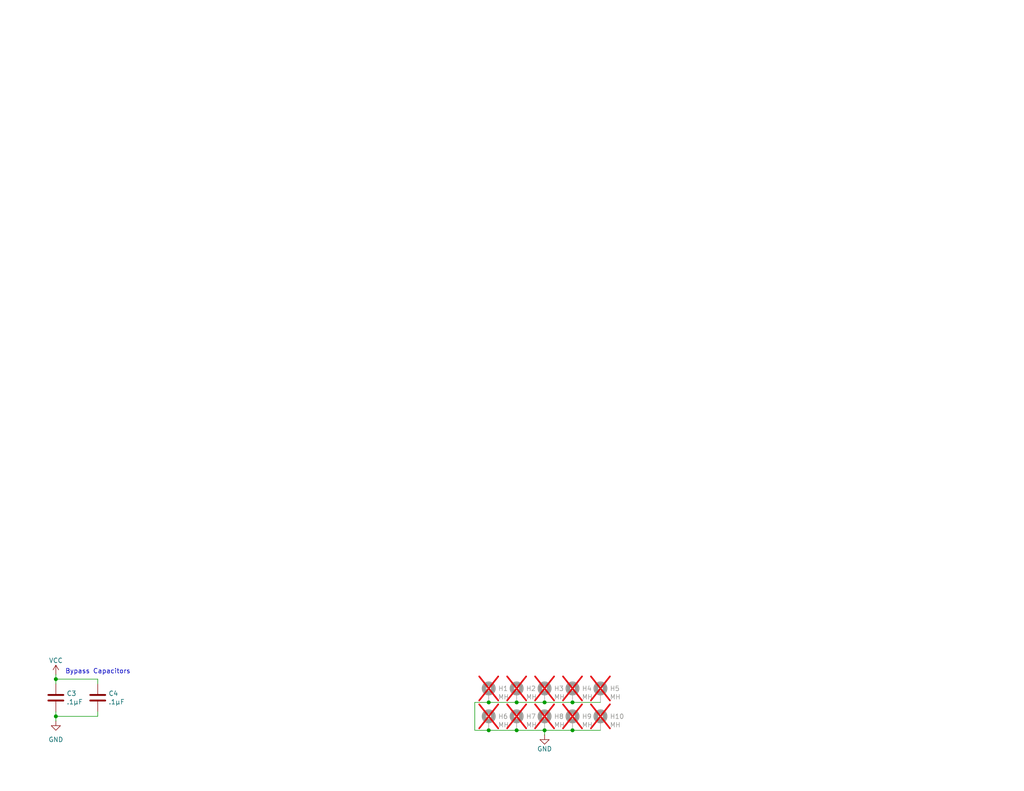
<source format=kicad_sch>
(kicad_sch (version 20250114) (generator "eeschema") (generator_version "9.0")
  (paper "USLetter")
  (title_block (title "ATX power and soft start") (date "2026-02-16") (rev "2.1") (company "MicroHobbyist") (comment 1 "Frédéric Segard"))
  (lib_symbols
    (symbol "Device:C" (pin_numbers (hide yes)) (pin_names (offset 0.254))
      (property "Reference" "C" (at 0.635 2.54 0))
      (property "Value" "C" (at 0.635 -2.54 0))
      (symbol "C_0_1"
        (polyline (pts (xy -2.032 0.762) (xy 2.032 0.762)) (stroke (width 0.508)))
        (polyline (pts (xy -2.032 -0.762) (xy 2.032 -0.762)) (stroke (width 0.508)))
      )
      (symbol "C_1_1"
        (pin passive line (at 0 3.81 270) (length 2.794) (name "~") (number "1"))
        (pin passive line (at 0 -3.81 90) (length 2.794) (name "~") (number "2"))
      )
    )
    (symbol "GND_1" (power) (pin_numbers (hide yes)) (pin_names (offset 0) (hide yes))
      (property "Value" "GND" (at 0 -3.81 0))
      (symbol "GND_1_0_1"
        (polyline (pts (xy 0 0) (xy 0 -1.27) (xy 1.27 -1.27) (xy 0 -2.54) (xy -1.27 -1.27) (xy 0 -1.27)))
      )
      (symbol "GND_1_1_1"
        (pin power_in line (at 0 0 270) (length 0) (name "~") (number "1"))
      )
    )
    (symbol "Mechanical:MountingHole_Pad" (pin_numbers (hide yes)) (pin_names (offset 1.016) (hide yes))
      (property "Reference" "H" (at 0 6.35 0))
      (property "Value" "MountingHole_Pad" (at 0 4.445 0))
      (symbol "MountingHole_Pad_0_1"
        (circle (center 0 1.27) (radius 1.27) (stroke (width 1.27)))
      )
      (symbol "MountingHole_Pad_1_1"
        (pin input line (at 0 -2.54 90) (length 2.54) (name "1") (number "1"))
      )
    )
    (symbol "VCC_1" (power) (pin_numbers (hide yes)) (pin_names (offset 0) (hide yes))
      (property "Value" "VCC" (at 0 3.556 0))
      (symbol "VCC_1_0_1"
        (polyline (pts (xy -0.762 1.27) (xy 0 2.54)))
        (polyline (pts (xy 0 2.54) (xy 0.762 1.27)))
        (polyline (pts (xy 0 0) (xy 0 2.54)))
      )
      (symbol "VCC_1_1_1"
        (pin power_in line (at 0 0 90) (length 0) (name "~") (number "1"))
      )
    )
    (symbol "power:GND" (power) (pin_numbers (hide yes)) (pin_names (offset 0) (hide yes))
      (property "Value" "GND" (at 0 -3.81 0))
      (symbol "GND_0_1"
        (polyline (pts (xy 0 0) (xy 0 -1.27) (xy 1.27 -1.27) (xy 0 -2.54) (xy -1.27 -1.27) (xy 0 -1.27)))
      )
      (symbol "GND_1_1"
        (pin power_in line (at 0 0 270) (length 0) (name "~") (number "1"))
      )
    )
  )
  (text "Bypass Capacitors" (at 17.78 184.15 0) (effects (font (size 1.27 1.27)) (justify left bottom)))
  (junction (at 156.21 199.39))
  (junction (at 133.35 191.77))
  (junction (at 140.97 191.77))
  (junction (at 156.21 191.77))
  (junction (at 148.59 199.39))
  (junction (at 15.24 195.58))
  (junction (at 140.97 199.39))
  (junction (at 148.59 191.77))
  (junction (at 15.24 185.42))
  (junction (at 133.35 199.39))
  (wire (pts (xy 148.59 199.39) (xy 148.59 200.66)))
  (wire (pts (xy 129.54 191.77) (xy 129.54 199.39)))
  (wire (pts (xy 156.21 191.77) (xy 163.83 191.77)))
  (wire (pts (xy 148.59 199.39) (xy 156.21 199.39)))
  (wire (pts (xy 15.24 194.31) (xy 15.24 195.58)))
  (wire (pts (xy 156.21 199.39) (xy 163.83 199.39)))
  (wire (pts (xy 140.97 191.77) (xy 148.59 191.77)))
  (wire (pts (xy 26.67 194.31) (xy 26.67 195.58)))
  (wire (pts (xy 15.24 195.58) (xy 26.67 195.58)))
  (wire (pts (xy 26.67 186.69) (xy 26.67 185.42)))
  (wire (pts (xy 129.54 199.39) (xy 133.35 199.39)))
  (wire (pts (xy 129.54 191.77) (xy 133.35 191.77)))
  (wire (pts (xy 133.35 191.77) (xy 140.97 191.77)))
  (wire (pts (xy 148.59 199.39) (xy 140.97 199.39)))
  (wire (pts (xy 15.24 184.15) (xy 15.24 185.42)))
  (wire (pts (xy 133.35 199.39) (xy 140.97 199.39)))
  (wire (pts (xy 15.24 185.42) (xy 26.67 185.42)))
  (wire (pts (xy 148.59 191.77) (xy 156.21 191.77)))
  (wire (pts (xy 15.24 195.58) (xy 15.24 196.85)))
  (wire (pts (xy 15.24 185.42) (xy 15.24 186.69)))
  (symbol (lib_id "Device:C") (at 15.24 190.5 0) (unit 1)
    (property "Reference" "C3" (at 18.161 189.3316 0) (effects (justify left)))
    (property "Value" ".1µF" (at 18.161 191.643 0) (effects (justify left)))
    (property "Footprint" "Capacitor_SMD:C_0805_2012Metric_Pad1.18x1.45mm_HandSolder" (effects (hide yes)))
    (property "Datasheet" "https://weblib.samsungsem.com/mlcc/mlcc-ec-data-sheet.do?partNumber=CL21B104KBFNNN" (effects (hide yes)))
    (property "Description" "Multilayer Ceramic Capacitors MLCC - SMD/SMT 100nF+/-10% 50V X7R 0805" (effects (hide yes)))
    (property "Manufacturer_Name" "Samsung Electro-Mechanics" (effects (hide yes)))
    (property "Manufacturer_Part_Number" "CL21B104KBFNNNG" (effects (hide yes)))
  )
  (symbol (lib_id "Mechanical:MountingHole_Pad") (at 163.83 189.23 0) (unit 1) (dnp yes)
    (property "Reference" "H5" (at 166.37 187.9854 0) (effects (justify left)))
    (property "Value" "MH" (at 166.37 190.2968 0) (effects (justify left)))
    (property "Footprint" "MountingHole:MountingHole_3.5mm_Pad_Via" (effects (hide yes)))
  )
  (symbol (lib_id "Mechanical:MountingHole_Pad") (at 148.59 196.85 0) (unit 1) (dnp yes)
    (property "Reference" "H8" (at 151.13 195.6054 0) (effects (justify left)))
    (property "Value" "MH" (at 151.13 197.9168 0) (effects (justify left)))
    (property "Footprint" "MountingHole:MountingHole_3.5mm_Pad_Via" (effects (hide yes)))
  )
  (symbol (lib_name "VCC_1") (lib_id "power:VCC") (at 15.24 184.15 0) (unit 1)
    (property "Reference" "#PWR043" (effects (hide yes)))
    (property "Value" "VCC" (at 15.24 180.34 0))
    (property "Description" "Power symbol creates a global label with name \"VCC\"" (effects (hide yes)))
  )
  (symbol (lib_id "Mechanical:MountingHole_Pad") (at 163.83 196.85 0) (unit 1) (dnp yes)
    (property "Reference" "H10" (at 166.37 195.6054 0) (effects (justify left)))
    (property "Value" "MH" (at 166.37 197.9168 0) (effects (justify left)))
    (property "Footprint" "MountingHole:MountingHole_3.5mm_Pad_Via" (effects (hide yes)))
  )
  (symbol (lib_id "Mechanical:MountingHole_Pad") (at 140.97 196.85 0) (unit 1) (dnp yes)
    (property "Reference" "H7" (at 143.51 195.6054 0) (effects (justify left)))
    (property "Value" "MH" (at 143.51 197.9168 0) (effects (justify left)))
    (property "Footprint" "MountingHole:MountingHole_3.5mm_Pad_Via" (effects (hide yes)))
  )
  (symbol (lib_id "Mechanical:MountingHole_Pad") (at 140.97 189.23 0) (unit 1) (dnp yes)
    (property "Reference" "H2" (at 143.51 187.9854 0) (effects (justify left)))
    (property "Value" "MH" (at 143.51 190.2968 0) (effects (justify left)))
    (property "Footprint" "MountingHole:MountingHole_3.5mm_Pad_Via" (effects (hide yes)))
  )
  (symbol (lib_id "Mechanical:MountingHole_Pad") (at 133.35 189.23 0) (unit 1) (dnp yes)
    (property "Reference" "H1" (at 135.89 187.9854 0) (effects (justify left)))
    (property "Value" "MH" (at 135.89 190.2968 0) (effects (justify left)))
    (property "Footprint" "MountingHole:MountingHole_3.5mm_Pad_Via" (effects (hide yes)))
  )
  (symbol (lib_id "Mechanical:MountingHole_Pad") (at 148.59 189.23 0) (unit 1) (dnp yes)
    (property "Reference" "H3" (at 151.13 187.9854 0) (effects (justify left)))
    (property "Value" "MH" (at 151.13 190.2968 0) (effects (justify left)))
    (property "Footprint" "MountingHole:MountingHole_3.5mm_Pad_Via" (effects (hide yes)))
  )
  (symbol (lib_id "Device:C") (at 26.67 190.5 0) (unit 1)
    (property "Reference" "C4" (at 29.591 189.3316 0) (effects (justify left)))
    (property "Value" ".1µF" (at 29.591 191.643 0) (effects (justify left)))
    (property "Footprint" "Capacitor_SMD:C_0805_2012Metric_Pad1.18x1.45mm_HandSolder" (effects (hide yes)))
    (property "Datasheet" "https://weblib.samsungsem.com/mlcc/mlcc-ec-data-sheet.do?partNumber=CL21B104KBFNNN" (effects (hide yes)))
    (property "Description" "Multilayer Ceramic Capacitors MLCC - SMD/SMT 100nF+/-10% 50V X7R 0805" (effects (hide yes)))
    (property "Manufacturer_Name" "Samsung Electro-Mechanics" (effects (hide yes)))
    (property "Manufacturer_Part_Number" "CL21B104KBFNNNG" (effects (hide yes)))
  )
  (symbol (lib_id "power:GND") (at 15.24 196.85 0) (unit 1)
    (property "Reference" "#PWR044" (effects (hide yes)))
    (property "Value" "GND" (at 15.24 201.93 0))
    (property "Description" "Power symbol creates a global label with name \"GND\" , ground" (effects (hide yes)))
  )
  (symbol (lib_id "Mechanical:MountingHole_Pad") (at 156.21 196.85 0) (unit 1) (dnp yes)
    (property "Reference" "H9" (at 158.75 195.6054 0) (effects (justify left)))
    (property "Value" "MH" (at 158.75 197.9168 0) (effects (justify left)))
    (property "Footprint" "MountingHole:MountingHole_3.5mm_Pad_Via" (effects (hide yes)))
  )
  (symbol (lib_id "Mechanical:MountingHole_Pad") (at 133.35 196.85 0) (unit 1) (dnp yes)
    (property "Reference" "H6" (at 135.89 195.6054 0) (effects (justify left)))
    (property "Value" "MH" (at 135.89 197.9168 0) (effects (justify left)))
    (property "Footprint" "MountingHole:MountingHole_3.5mm_Pad_Via" (effects (hide yes)))
  )
  (symbol (lib_id "Mechanical:MountingHole_Pad") (at 156.21 189.23 0) (unit 1) (dnp yes)
    (property "Reference" "H4" (at 158.75 187.9854 0) (effects (justify left)))
    (property "Value" "MH" (at 158.75 190.2968 0) (effects (justify left)))
    (property "Footprint" "MountingHole:MountingHole_3.5mm_Pad_Via" (effects (hide yes)))
  )
  (symbol (lib_name "GND_1") (lib_id "power:GND") (at 148.59 200.66 0) (unit 1)
    (property "Reference" "#PWR045" (effects (hide yes)))
    (property "Value" "GND" (at 148.59 204.47 0))
    (property "Description" "Power symbol creates a global label with name \"GND\" , ground" (effects (hide yes)))
  )
)
</source>
